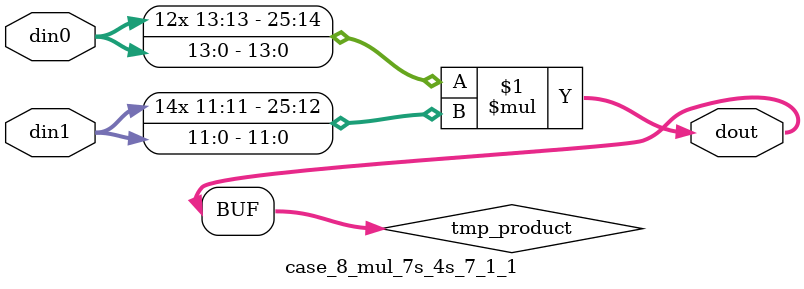
<source format=v>

`timescale 1 ns / 1 ps

 module case_8_mul_7s_4s_7_1_1(din0, din1, dout);
parameter ID = 1;
parameter NUM_STAGE = 0;
parameter din0_WIDTH = 14;
parameter din1_WIDTH = 12;
parameter dout_WIDTH = 26;

input [din0_WIDTH - 1 : 0] din0; 
input [din1_WIDTH - 1 : 0] din1; 
output [dout_WIDTH - 1 : 0] dout;

wire signed [dout_WIDTH - 1 : 0] tmp_product;



























assign tmp_product = $signed(din0) * $signed(din1);








assign dout = tmp_product;





















endmodule

</source>
